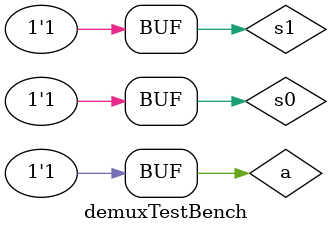
<source format=v>
module demux1to4 (
    s1, s0, a, y0, y1, y2, y3
);
input a,s1, s0;
output y0, y1, y2, y3;

assign y0 = ~s1 & ~s0 & a;
assign y1 = ~s1 & s0 & a;
assign y2 = s1 & ~s0 & a;
assign y3 = s1 & s0 & a;
    
endmodule

module demuxTestBench;
reg s1, s0, a;
wire y0, y1, y2, y3;

demux1to4 i(s1, s0, a, y0, y1, y2, y3);

initial begin
    a=1'b1;
    s1=1'b0; s0=1'b0;
    $monitor("Time: %0t, s1: %b, s0: %b, a: %b, y0: %b, y1: %b, y2: %b, y3: %b", $time, s1, s0, a, y0, y1, y2, y3);
    #5 s1=1'b0; s0=1'b0;
    #5 s1=1'b0; s0=1'b1;
    #5 s1=1'b1; s0=1'b0;
    #5 s1=1'b1; s0=1'b1;
end
endmodule
</source>
